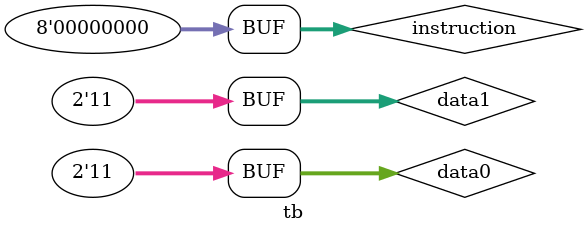
<source format=v>
`timescale 1us/1ps

module tb();
	reg[1:0] data0;
	reg[1:0] data1;
	wire[1:0] out0;
	wire[1:0] out1;
	reg[7:0] instruction;
	wire[7:0] instr_out;
	wire ok;
	wire ovf;
	
	TOP top1(.data0(data0),.data1(data1),.instruction(instruction),.ok(ok),.ovf(ovf),.instr_out(instr_out),.out0(out0),.out1(out1));
	
	initial begin
		instruction = 8'h02;
		data0 = 1;
		data1 = 1;
		#5;
		instruction = 8'h02;
		data0 = 2;
		data1 = 1;
		#5;
		instruction = 8'hf0;
		data0 = 3;
		data1 = 1;
		#5;
		instruction = 8'hf0;
		data0 = 3;
		data1 = 0;
		#5;
		instruction = 8'bxxxxxxxx;
		data0 = 3;
		data1 = 0;
		#5;
		
		instruction = 0;
		data0 = 0;
		data1 = 0;
		#5;		
		instruction = 0;
		data0 = 0;
		data1 = 1;
		#5;		
		instruction = 0;
		data0 = 0;
		data1 = 2;
		#5;		
		instruction = 0;
		data0 = 0;
		data1 = 3;
		#5;	
		
		instruction = 0;
		data0 = 1;
		data1 = 0;
		#5;		
		instruction = 0;
		data0 = 1;
		data1 = 1;
		#5;		
		instruction = 0;
		data0 = 1;
		data1 = 2;
		#5;		
		instruction = 0;
		data0 = 1;
		data1 = 3;
		#5;	
		
		instruction = 0;
		data0 = 2;
		data1 = 0;
		#5;		
		instruction = 0;
		data0 = 2;
		data1 = 1;
		#5;		
		instruction = 0;
		data0 = 2;
		data1 = 2;
		#5;		
		instruction = 0;
		data0 = 2;
		data1 = 3;
		#5;
		
				
		instruction = 0;
		data0 = 3;
		data1 = 0;
		#5;		
		instruction = 0;
		data0 = 3;
		data1 = 1;
		#5;		
		instruction = 0;
		data0 = 3;
		data1 = 2;
		#5;	
		instruction = 0;
		data0 = 3;
		data1 = 3;
		#5;
	end
endmodule
</source>
